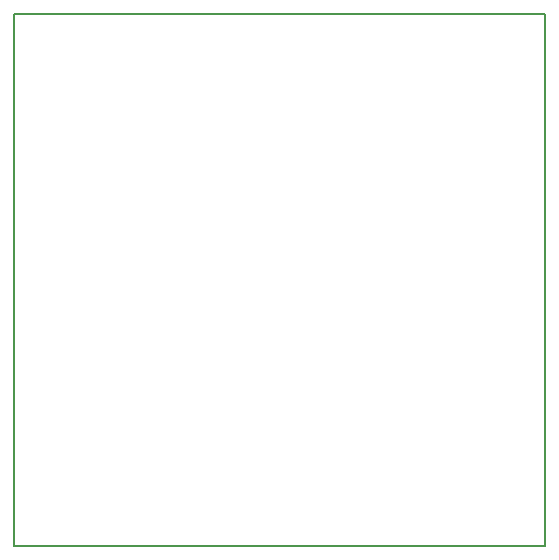
<source format=gbr>
%FSLAX23Y23*%
%MOIN*%
G04 EasyPC Gerber Version 18.0.1 Build 3581 *
%ADD71C,0.00500*%
X0Y0D02*
D02*
D71*
X3Y18D02*
X1774D01*
Y1790*
X3*
Y18*
X0Y0D02*
M02*

</source>
